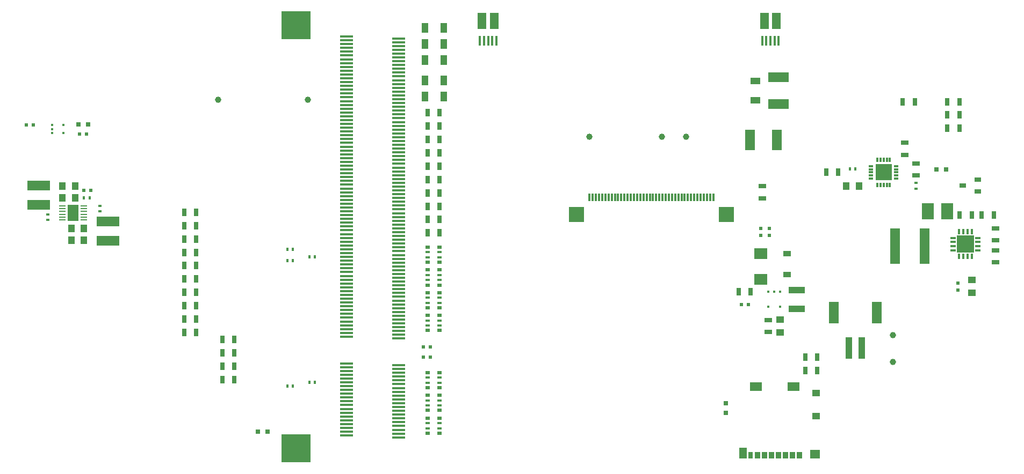
<source format=gbr>
G04 #@! TF.FileFunction,Paste,Top*
%FSLAX46Y46*%
G04 Gerber Fmt 4.6, Leading zero omitted, Abs format (unit mm)*
G04 Created by KiCad (PCBNEW 4.0.4-stable) date Saturday, May 13, 2017 'PMt' 04:56:53 PM*
%MOMM*%
%LPD*%
G01*
G04 APERTURE LIST*
%ADD10C,0.100000*%
%ADD11C,1.000000*%
%ADD12R,0.300000X0.700000*%
%ADD13R,0.700000X0.300000*%
%ADD14R,2.500000X2.500000*%
%ADD15R,0.350000X0.850000*%
%ADD16R,0.850000X0.350000*%
%ADD17R,2.700000X2.700000*%
%ADD18R,0.350000X0.450000*%
%ADD19R,0.850000X1.100000*%
%ADD20R,0.750000X1.100000*%
%ADD21R,1.170000X1.800000*%
%ADD22R,1.550000X1.350000*%
%ADD23R,1.900000X1.350000*%
%ADD24R,1.200000X1.000000*%
%ADD25R,4.600000X4.500000*%
%ADD26R,2.000000X0.350000*%
%ADD27R,0.450000X0.300000*%
%ADD28R,1.700000X2.500000*%
%ADD29R,1.000000X0.250000*%
%ADD30R,0.800000X0.500000*%
%ADD31R,0.800000X0.400000*%
%ADD32R,0.400000X0.600000*%
%ADD33R,0.700000X1.300000*%
%ADD34R,1.300000X0.700000*%
%ADD35R,0.600000X0.400000*%
%ADD36R,1.000000X0.800000*%
%ADD37R,0.300000X1.200000*%
%ADD38R,2.400000X2.400000*%
%ADD39R,0.400000X1.650000*%
%ADD40R,1.430000X2.500000*%
%ADD41R,2.500000X1.000000*%
%ADD42R,3.600000X1.500000*%
%ADD43R,1.500000X3.200000*%
%ADD44R,3.200000X1.500000*%
%ADD45R,2.159000X1.778000*%
%ADD46R,1.200000X0.900000*%
%ADD47R,1.000000X1.250000*%
%ADD48R,0.500000X0.600000*%
%ADD49R,1.250000X1.000000*%
%ADD50R,1.950000X2.500000*%
%ADD51R,0.800000X0.750000*%
%ADD52R,0.600000X0.500000*%
%ADD53R,0.750000X0.800000*%
%ADD54R,1.000000X1.600000*%
%ADD55R,1.600000X1.000000*%
%ADD56R,1.600000X3.400000*%
%ADD57R,1.000000X3.500000*%
%ADD58R,1.600000X5.700000*%
G04 APERTURE END LIST*
D10*
D11*
X201927460Y-127726440D03*
X169346880Y-92123260D03*
X165536880Y-92123260D03*
X95567500Y-86324440D03*
X109761020Y-86324440D03*
X154106880Y-92123260D03*
D12*
X200456800Y-99716900D03*
X199956800Y-99716900D03*
X199456800Y-99716900D03*
X200956800Y-99716900D03*
X201456800Y-99716900D03*
D13*
X202421800Y-97751900D03*
X202421800Y-97251900D03*
X202421800Y-96751900D03*
X202421800Y-98251900D03*
X202421800Y-98751900D03*
X198491800Y-98751900D03*
X198491800Y-98251900D03*
X198491800Y-97751900D03*
X198491800Y-97251900D03*
X198491800Y-96751900D03*
D12*
X201456800Y-95786900D03*
X200956800Y-95786900D03*
X200456800Y-95786900D03*
X199956800Y-95786900D03*
X199456800Y-95786900D03*
D14*
X200456800Y-97751900D03*
D15*
X213028800Y-107097560D03*
X213678800Y-107097560D03*
X214328800Y-107097560D03*
X212378800Y-107097560D03*
X212378800Y-111047560D03*
X213028800Y-111047560D03*
X213678800Y-111047560D03*
X214328800Y-111047560D03*
D16*
X211378800Y-108097560D03*
X211378800Y-108747560D03*
X211378800Y-109397560D03*
X211378800Y-110047560D03*
X215328800Y-108097560D03*
X215328800Y-108747560D03*
X215328800Y-109397560D03*
X215328800Y-110047560D03*
D17*
X213353800Y-109072560D03*
D18*
X182285600Y-116617500D03*
X184185600Y-116617500D03*
X184185600Y-118967500D03*
X183235600Y-116617500D03*
X182285600Y-118967500D03*
D19*
X187157900Y-142417800D03*
X186057900Y-142417800D03*
X184957900Y-142417800D03*
X183857900Y-142417800D03*
X182757900Y-142417800D03*
X181657900Y-142417800D03*
X180557900Y-142417800D03*
D20*
X179507900Y-142417800D03*
D21*
X178297900Y-142067800D03*
D22*
X189617900Y-142292800D03*
D23*
X180322900Y-131592800D03*
X186292900Y-131592800D03*
D24*
X189792900Y-136267800D03*
X189792900Y-132567800D03*
D25*
X107888000Y-74550000D03*
X107888000Y-141350000D03*
D26*
X123988000Y-139600000D03*
X123988000Y-139000000D03*
X123988000Y-138400000D03*
X123988000Y-137800000D03*
X123988000Y-137200000D03*
X123988000Y-136600000D03*
X123988000Y-136000000D03*
X123988000Y-135400000D03*
X123988000Y-134800000D03*
X123988000Y-134200000D03*
X123988000Y-133600000D03*
X123988000Y-133000000D03*
X123988000Y-132400000D03*
X123988000Y-131800000D03*
X123988000Y-131200000D03*
X123988000Y-130600000D03*
X123988000Y-130000000D03*
X123988000Y-129400000D03*
X123988000Y-128800000D03*
X123988000Y-128200000D03*
X123988000Y-124000000D03*
X123988000Y-123400000D03*
X123988000Y-122800000D03*
X123988000Y-122200000D03*
X123988000Y-121600000D03*
X123988000Y-121000000D03*
X123988000Y-120400000D03*
X123988000Y-119800000D03*
X123988000Y-119200000D03*
X123988000Y-118600000D03*
X123988000Y-118000000D03*
X123988000Y-117400000D03*
X123988000Y-116800000D03*
X123988000Y-116200000D03*
X123988000Y-115600000D03*
X123988000Y-115000000D03*
X123988000Y-114400000D03*
X123988000Y-113800000D03*
X123988000Y-113200000D03*
X123988000Y-112600000D03*
X123988000Y-112000000D03*
X123988000Y-111400000D03*
X123988000Y-110800000D03*
X123988000Y-110200000D03*
X123988000Y-109600000D03*
X123988000Y-109000000D03*
X123988000Y-108400000D03*
X123988000Y-107800000D03*
X123988000Y-107200000D03*
X123988000Y-106600000D03*
X123988000Y-106000000D03*
X123988000Y-105400000D03*
X123988000Y-104800000D03*
X123988000Y-104200000D03*
X123988000Y-103600000D03*
X123988000Y-103000000D03*
X123988000Y-102400000D03*
X123988000Y-101800000D03*
X123988000Y-101200000D03*
X123988000Y-100600000D03*
X123988000Y-100000000D03*
X123988000Y-99400000D03*
X123988000Y-98800000D03*
X123988000Y-98200000D03*
X123988000Y-97600000D03*
X123988000Y-97000000D03*
X123988000Y-96400000D03*
X123988000Y-95800000D03*
X123988000Y-95200000D03*
X123988000Y-94600000D03*
X123988000Y-94000000D03*
X123988000Y-93400000D03*
X123988000Y-92800000D03*
X123988000Y-92200000D03*
X123988000Y-91600000D03*
X123988000Y-91000000D03*
X123988000Y-90400000D03*
X123988000Y-89800000D03*
X123988000Y-89200000D03*
X123988000Y-88600000D03*
X123988000Y-88000000D03*
X123988000Y-87400000D03*
X123988000Y-86800000D03*
X123988000Y-86200000D03*
X123988000Y-85600000D03*
X123988000Y-85000000D03*
X123988000Y-84400000D03*
X123988000Y-83800000D03*
X123988000Y-83200000D03*
X123988000Y-82600000D03*
X123988000Y-82000000D03*
X123988000Y-81400000D03*
X123988000Y-80800000D03*
X123988000Y-80200000D03*
X123988000Y-79600000D03*
X123988000Y-79000000D03*
X123988000Y-78400000D03*
X123988000Y-77800000D03*
X123988000Y-77200000D03*
X123988000Y-76600000D03*
X115788000Y-139300000D03*
X115788000Y-138700000D03*
X115788000Y-138100000D03*
X115788000Y-137500000D03*
X115788000Y-136900000D03*
X115788000Y-136300000D03*
X115788000Y-135700000D03*
X115788000Y-135100000D03*
X115788000Y-134500000D03*
X115788000Y-133900000D03*
X115788000Y-133300000D03*
X115788000Y-132700000D03*
X115788000Y-132100000D03*
X115788000Y-131500000D03*
X115788000Y-130900000D03*
X115788000Y-130300000D03*
X115788000Y-129700000D03*
X115788000Y-129100000D03*
X115788000Y-128500000D03*
X115788000Y-127900000D03*
X115788000Y-123700000D03*
X115788000Y-123100000D03*
X115788000Y-122500000D03*
X115788000Y-121900000D03*
X115788000Y-121300000D03*
X115788000Y-120700000D03*
X115788000Y-120100000D03*
X115788000Y-119500000D03*
X115788000Y-118900000D03*
X115788000Y-118300000D03*
X115788000Y-117700000D03*
X115788000Y-117100000D03*
X115788000Y-116500000D03*
X115788000Y-115900000D03*
X115788000Y-115300000D03*
X115788000Y-114700000D03*
X115788000Y-114100000D03*
X115788000Y-113500000D03*
X115788000Y-112900000D03*
X115788000Y-112300000D03*
X115788000Y-111700000D03*
X115788000Y-111100000D03*
X115788000Y-110500000D03*
X115788000Y-109900000D03*
X115788000Y-109300000D03*
X115788000Y-108700000D03*
X115788000Y-108100000D03*
X115788000Y-107500000D03*
X115788000Y-106900000D03*
X115788000Y-106300000D03*
X115788000Y-105700000D03*
X115788000Y-105100000D03*
X115788000Y-104500000D03*
X115788000Y-103900000D03*
X115788000Y-103300000D03*
X115788000Y-102700000D03*
X115788000Y-102100000D03*
X115788000Y-101500000D03*
X115788000Y-100900000D03*
X115788000Y-100300000D03*
X115788000Y-99700000D03*
X115788000Y-99100000D03*
X115788000Y-98500000D03*
X115788000Y-97900000D03*
X115788000Y-97300000D03*
X115788000Y-96700000D03*
X115788000Y-96100000D03*
X115788000Y-95500000D03*
X115788000Y-94900000D03*
X115788000Y-94300000D03*
X115788000Y-93700000D03*
X115788000Y-93100000D03*
X115788000Y-92500000D03*
X115788000Y-91900000D03*
X115788000Y-91300000D03*
X115788000Y-90700000D03*
X115788000Y-90100000D03*
X115788000Y-89500000D03*
X115788000Y-88900000D03*
X115788000Y-88300000D03*
X115788000Y-87700000D03*
X115788000Y-87100000D03*
X115788000Y-86500000D03*
X115788000Y-85900000D03*
X115788000Y-85300000D03*
X115788000Y-84700000D03*
X115788000Y-84100000D03*
X115788000Y-83500000D03*
X115788000Y-82900000D03*
X115788000Y-82300000D03*
X115788000Y-81700000D03*
X115788000Y-81100000D03*
X115788000Y-80500000D03*
X115788000Y-79900000D03*
X115788000Y-79300000D03*
X115788000Y-78700000D03*
X115788000Y-78100000D03*
X115788000Y-77500000D03*
X115788000Y-76900000D03*
X115788000Y-76300000D03*
D27*
X69457800Y-90919300D03*
X69457800Y-91569300D03*
X69457800Y-90269300D03*
X71232800Y-90269300D03*
X71232800Y-91569300D03*
D28*
X72740520Y-104160320D03*
D29*
X71040520Y-103035320D03*
X71040520Y-103485320D03*
X71040520Y-103935320D03*
X71040520Y-104385320D03*
X71040520Y-104835320D03*
X71040520Y-105285320D03*
X74440520Y-105285320D03*
X74440520Y-104835320D03*
X74440520Y-104385320D03*
X74440520Y-103935320D03*
X74440520Y-103485320D03*
X74440520Y-103035320D03*
D30*
X130440000Y-138944200D03*
D31*
X130440000Y-137344200D03*
X130440000Y-138144200D03*
D30*
X130440000Y-136544200D03*
D31*
X128640000Y-138144200D03*
D30*
X128640000Y-138944200D03*
D31*
X128640000Y-137344200D03*
D30*
X128640000Y-136544200D03*
X130440000Y-131756000D03*
D31*
X130440000Y-130156000D03*
X130440000Y-130956000D03*
D30*
X130440000Y-129356000D03*
D31*
X128640000Y-130956000D03*
D30*
X128640000Y-131756000D03*
D31*
X128640000Y-130156000D03*
D30*
X128640000Y-129356000D03*
X130440000Y-135350100D03*
D31*
X130440000Y-133750100D03*
X130440000Y-134550100D03*
D30*
X130440000Y-132950100D03*
D31*
X128640000Y-134550100D03*
D30*
X128640000Y-135350100D03*
D31*
X128640000Y-133750100D03*
D30*
X128640000Y-132950100D03*
X130440000Y-119144900D03*
D31*
X130440000Y-117544900D03*
X130440000Y-118344900D03*
D30*
X130440000Y-116744900D03*
D31*
X128640000Y-118344900D03*
D30*
X128640000Y-119144900D03*
D31*
X128640000Y-117544900D03*
D30*
X128640000Y-116744900D03*
X130440000Y-122726300D03*
D31*
X130440000Y-121126300D03*
X130440000Y-121926300D03*
D30*
X130440000Y-120326300D03*
D31*
X128640000Y-121926300D03*
D30*
X128640000Y-122726300D03*
D31*
X128640000Y-121126300D03*
D30*
X128640000Y-120326300D03*
X130440000Y-111969400D03*
D31*
X130440000Y-110369400D03*
X130440000Y-111169400D03*
D30*
X130440000Y-109569400D03*
D31*
X128640000Y-111169400D03*
D30*
X128640000Y-111969400D03*
D31*
X128640000Y-110369400D03*
D30*
X128640000Y-109569400D03*
X130440000Y-115550800D03*
D31*
X130440000Y-113950800D03*
X130440000Y-114750800D03*
D30*
X130440000Y-113150800D03*
D31*
X128640000Y-114750800D03*
D30*
X128640000Y-115550800D03*
D31*
X128640000Y-113950800D03*
D30*
X128640000Y-113150800D03*
D32*
X196030000Y-97248980D03*
X195130000Y-97248980D03*
D33*
X193309280Y-97751900D03*
X191409280Y-97751900D03*
X210505000Y-90805000D03*
X212405000Y-90805000D03*
D34*
X203766420Y-94965560D03*
X203766420Y-93065560D03*
X218081860Y-108496140D03*
X218081860Y-106596140D03*
X218084400Y-111945460D03*
X218084400Y-110045460D03*
D33*
X215925360Y-104465120D03*
X217825360Y-104465120D03*
X205359040Y-86588600D03*
X203459040Y-86588600D03*
X210505000Y-88696800D03*
X212405000Y-88696800D03*
X212432860Y-104465120D03*
X214332860Y-104465120D03*
D35*
X205536800Y-99412640D03*
X205536800Y-100312640D03*
D33*
X210505000Y-86588600D03*
X212405000Y-86588600D03*
D34*
X205536800Y-96352320D03*
X205536800Y-98252320D03*
D33*
X189995130Y-126926338D03*
X188095130Y-126926338D03*
X189995130Y-129034538D03*
X188095130Y-129034538D03*
X96253260Y-130479800D03*
X98153260Y-130479800D03*
X90251240Y-110380780D03*
X92151240Y-110380780D03*
X128590000Y-103098600D03*
X130490000Y-103098600D03*
X96253260Y-128371600D03*
X98153260Y-128371600D03*
X90251240Y-108272580D03*
X92151240Y-108272580D03*
X128590000Y-100990400D03*
X130490000Y-100990400D03*
X96253260Y-126263400D03*
X98153260Y-126263400D03*
X90251240Y-114597180D03*
X92151240Y-114597180D03*
X128590000Y-98882200D03*
X130490000Y-98882200D03*
X96253260Y-124155200D03*
X98153260Y-124155200D03*
X90251240Y-112488980D03*
X92151240Y-112488980D03*
X128590000Y-96774000D03*
X130490000Y-96774000D03*
X90251240Y-106164380D03*
X92151240Y-106164380D03*
X90251240Y-118813580D03*
X92151240Y-118813580D03*
X128590000Y-107315000D03*
X130490000Y-107315000D03*
X90251240Y-104056180D03*
X92151240Y-104056180D03*
X90251240Y-116705380D03*
X92151240Y-116705380D03*
X128590000Y-105206800D03*
X130490000Y-105206800D03*
X128590000Y-90449400D03*
X130490000Y-90449400D03*
X90251240Y-123029980D03*
X92151240Y-123029980D03*
X128590000Y-94665800D03*
X130490000Y-94665800D03*
X128590000Y-88341200D03*
X130490000Y-88341200D03*
X90251240Y-120921780D03*
X92151240Y-120921780D03*
X128590000Y-92557600D03*
X130490000Y-92557600D03*
D34*
X181335680Y-101854040D03*
X181335680Y-99954040D03*
D33*
X177612000Y-116629180D03*
X179512000Y-116629180D03*
D34*
X182285640Y-121074140D03*
X182285640Y-122974140D03*
D32*
X107371300Y-109918500D03*
X106471300Y-109918500D03*
X107371300Y-111696500D03*
X106471300Y-111696500D03*
X110863800Y-111086900D03*
X109963800Y-111086900D03*
X107371300Y-131508500D03*
X106471300Y-131508500D03*
X110863800Y-130911600D03*
X109963800Y-130911600D03*
D35*
X76931520Y-103037220D03*
X76931520Y-103937220D03*
D32*
X75336820Y-101772720D03*
X74436820Y-101772720D03*
D35*
X68714620Y-105283420D03*
X68714620Y-104383420D03*
D36*
X215316920Y-100797400D03*
X215316920Y-98897400D03*
X212916920Y-99847400D03*
D37*
X170615000Y-101688900D03*
X170115000Y-101688900D03*
X171115000Y-101688900D03*
X171615000Y-101688900D03*
X173615000Y-101688900D03*
X173115000Y-101688900D03*
X172115000Y-101688900D03*
X172615000Y-101688900D03*
X162615000Y-101688900D03*
X162115000Y-101688900D03*
X163115000Y-101688900D03*
X163615000Y-101688900D03*
X165615000Y-101688900D03*
X165115000Y-101688900D03*
X164115000Y-101688900D03*
X164615000Y-101688900D03*
X168615000Y-101688900D03*
X168115000Y-101688900D03*
X169115000Y-101688900D03*
X169615000Y-101688900D03*
X167615000Y-101688900D03*
X167115000Y-101688900D03*
X166115000Y-101688900D03*
X166615000Y-101688900D03*
X158615000Y-101688900D03*
X158115000Y-101688900D03*
X159115000Y-101688900D03*
X159615000Y-101688900D03*
X161615000Y-101688900D03*
X161115000Y-101688900D03*
X160115000Y-101688900D03*
X160615000Y-101688900D03*
X156615000Y-101688900D03*
X156115000Y-101688900D03*
X157115000Y-101688900D03*
X157615000Y-101688900D03*
X155615000Y-101688900D03*
X155115000Y-101688900D03*
X154115000Y-101688900D03*
X154615000Y-101688900D03*
D38*
X175715000Y-104388900D03*
X152015000Y-104388900D03*
D39*
X139450600Y-76938000D03*
X138800600Y-76938000D03*
X138150600Y-76938000D03*
X137500600Y-76938000D03*
X136850600Y-76938000D03*
D40*
X139110600Y-73818000D03*
X137190600Y-73818000D03*
D39*
X183926000Y-76938000D03*
X183276000Y-76938000D03*
X182626000Y-76938000D03*
X181976000Y-76938000D03*
X181326000Y-76938000D03*
D40*
X183586000Y-73818000D03*
X181666000Y-73818000D03*
D41*
X186750960Y-119312820D03*
X186750960Y-116312820D03*
D42*
X67279520Y-102878620D03*
X67279520Y-99828620D03*
X78188820Y-105467420D03*
X78188820Y-108517420D03*
D43*
X179428720Y-92676980D03*
X183628720Y-92676980D03*
D44*
X183921400Y-86961400D03*
X183921400Y-82761400D03*
D45*
X181114700Y-110604300D03*
X181114700Y-114668300D03*
D46*
X185204100Y-110618000D03*
X185204100Y-113918000D03*
D47*
X196580000Y-99885500D03*
X194580000Y-99885500D03*
D48*
X212163660Y-115223200D03*
X212163660Y-116323200D03*
D49*
X214330280Y-114773200D03*
X214330280Y-116773200D03*
D50*
X210457780Y-103916480D03*
X207407780Y-103916480D03*
D51*
X208812700Y-97294700D03*
X210312700Y-97294700D03*
D52*
X179112000Y-118595140D03*
X178012000Y-118595140D03*
D49*
X184183020Y-121024140D03*
X184183020Y-123024140D03*
D48*
X181119780Y-106610060D03*
X181119780Y-107710060D03*
X182448200Y-106610060D03*
X182448200Y-107710060D03*
D53*
X175615600Y-134212900D03*
X175615600Y-135712900D03*
D54*
X131154300Y-85755480D03*
X128154300Y-85755480D03*
X131154300Y-83278980D03*
X128154300Y-83278980D03*
X128154300Y-80035400D03*
X131154300Y-80035400D03*
X128154300Y-77470000D03*
X131154300Y-77470000D03*
D52*
X127948600Y-126949200D03*
X129048600Y-126949200D03*
D54*
X128154300Y-74942700D03*
X131154300Y-74942700D03*
D52*
X127948600Y-125285500D03*
X129048600Y-125285500D03*
X73770400Y-91706700D03*
X74870400Y-91706700D03*
X66450300Y-90271600D03*
X65350300Y-90271600D03*
D51*
X73570400Y-90144600D03*
X75070400Y-90144600D03*
D47*
X71042020Y-101772720D03*
X73042020Y-101772720D03*
X74439020Y-106611420D03*
X72439020Y-106611420D03*
D52*
X74438420Y-100604320D03*
X75538420Y-100604320D03*
D47*
X71042020Y-99880420D03*
X73042020Y-99880420D03*
X74439020Y-108503720D03*
X72439020Y-108503720D03*
D51*
X103378700Y-138696700D03*
X101878700Y-138696700D03*
D55*
X180213000Y-86361400D03*
X180213000Y-83361400D03*
D56*
X192572220Y-119915940D03*
D57*
X194972220Y-125465940D03*
X196972220Y-125465940D03*
D56*
X199372220Y-119915940D03*
D58*
X202241920Y-109400340D03*
X206941920Y-109400340D03*
D11*
X201927460Y-123489720D03*
M02*

</source>
